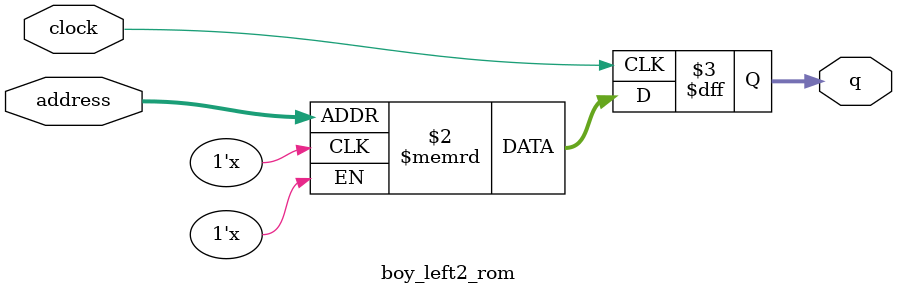
<source format=sv>
module boy_left2_rom (
	input logic clock,
	input logic [9:0] address,
	output logic [3:0] q
);

logic [3:0] memory [0:799] /* synthesis ram_init_file = "./boy_left2/boy_left2.COE" */;

always_ff @ (posedge clock) begin
	q <= memory[address];
end

endmodule

</source>
